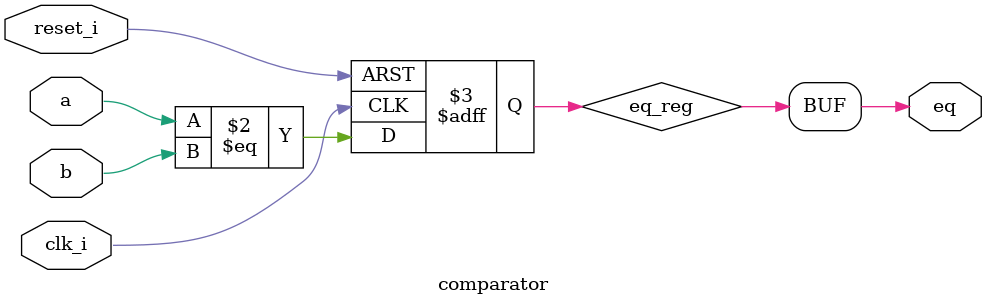
<source format=sv>
module comparator (
    input wire clk_i,
    input wire reset_i,
    input wire a,
    input wire b,
    output wire eq
);

    reg eq_reg;

    always @(posedge clk_i or posedge reset_i) begin
        if (reset_i) begin
            eq_reg <= 0;
        end else begin
            eq_reg <= (a == b);
        end
    end

    assign eq = eq_reg;

endmodule
</source>
